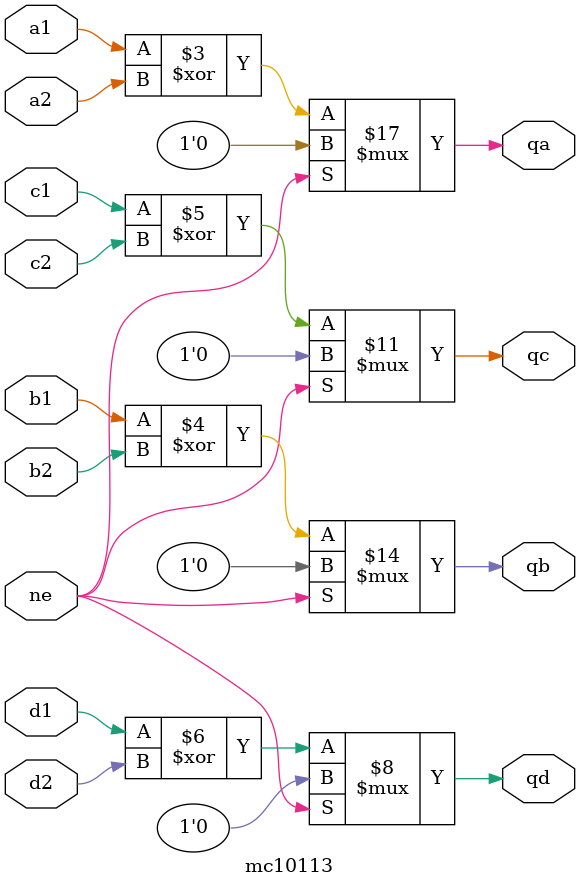
<source format=sv>
module mc10113(input bit a1,a2, b1,b2, c1,c2, d1,d2, ne,
	       output bit qa, qb, qc, qd);
   
   always_comb begin

      if (!ne) begin
	 qa = a1 ^ a2;
	 qb = b1 ^ b2;
	 qc = c1 ^ c2;
	 qd = d1 ^ d2;
      end else begin
	 qa = '0;
	 qb = '0;
	 qc = '0;
	 qd = '0;
      end
   end

endmodule // mc10113

</source>
